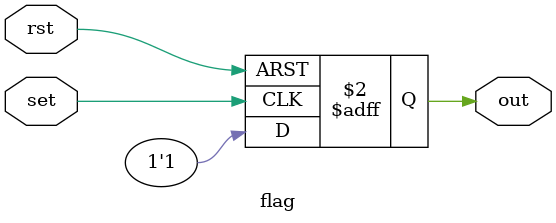
<source format=v>
module flag(input rst, set, output reg out);
  always@(posedge rst, posedge set)begin
    if(rst) out <= 1'b0;
    else if(set) out <= 1'b1;
  else out <= 1'b0;
  end
endmodule
</source>
